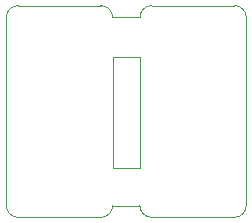
<source format=gbr>
%TF.GenerationSoftware,KiCad,Pcbnew,9.0.6-rc2*%
%TF.CreationDate,2025-11-10T17:57:54-08:00*%
%TF.ProjectId,FPC_Trigger_Board,4650435f-5472-4696-9767-65725f426f61,rev?*%
%TF.SameCoordinates,Original*%
%TF.FileFunction,Profile,NP*%
%FSLAX46Y46*%
G04 Gerber Fmt 4.6, Leading zero omitted, Abs format (unit mm)*
G04 Created by KiCad (PCBNEW 9.0.6-rc2) date 2025-11-10 17:57:54*
%MOMM*%
%LPD*%
G01*
G04 APERTURE LIST*
%TA.AperFunction,Profile*%
%ADD10C,0.050000*%
%TD*%
G04 APERTURE END LIST*
D10*
X220556600Y-151130000D02*
X222866902Y-151130000D01*
X220556600Y-163674737D02*
G75*
G02*
X219556600Y-164674800I-1000100J37D01*
G01*
X230866902Y-146735800D02*
G75*
G02*
X231866900Y-147735800I-2J-1000000D01*
G01*
X211556600Y-147735800D02*
X211556600Y-163674737D01*
X211556600Y-147735800D02*
G75*
G02*
X212556600Y-146735800I1000000J0D01*
G01*
X220556600Y-151130000D02*
X220556600Y-153449137D01*
X231866902Y-163674737D02*
G75*
G02*
X230866902Y-164674802I-1000102J37D01*
G01*
X222866902Y-147735800D02*
G75*
G02*
X223866902Y-146735802I999998J0D01*
G01*
X219556600Y-146735800D02*
G75*
G02*
X220556600Y-147735800I0J-1000000D01*
G01*
X220556600Y-160451800D02*
X222866902Y-160451800D01*
X230866902Y-146735800D02*
X223866902Y-146735800D01*
X220556600Y-147735800D02*
X222866902Y-147735800D01*
X231866902Y-159924737D02*
X231866902Y-163674737D01*
X220556600Y-163674700D02*
X222866967Y-163674800D01*
X220556600Y-153449137D02*
X220556600Y-160451800D01*
X212556600Y-146735800D02*
X219556600Y-146735800D01*
X219556600Y-164674737D02*
X212556600Y-164674737D01*
X223866902Y-164674737D02*
G75*
G02*
X222866963Y-163674737I-2J999937D01*
G01*
X230860600Y-164674737D02*
X223866900Y-164674737D01*
X212556600Y-164674737D02*
G75*
G02*
X211556663Y-163674737I0J999937D01*
G01*
X231866902Y-153449137D02*
X231866902Y-159924737D01*
X222866902Y-151130000D02*
X222866902Y-160451800D01*
X231866902Y-147735800D02*
X231866902Y-153449137D01*
M02*

</source>
